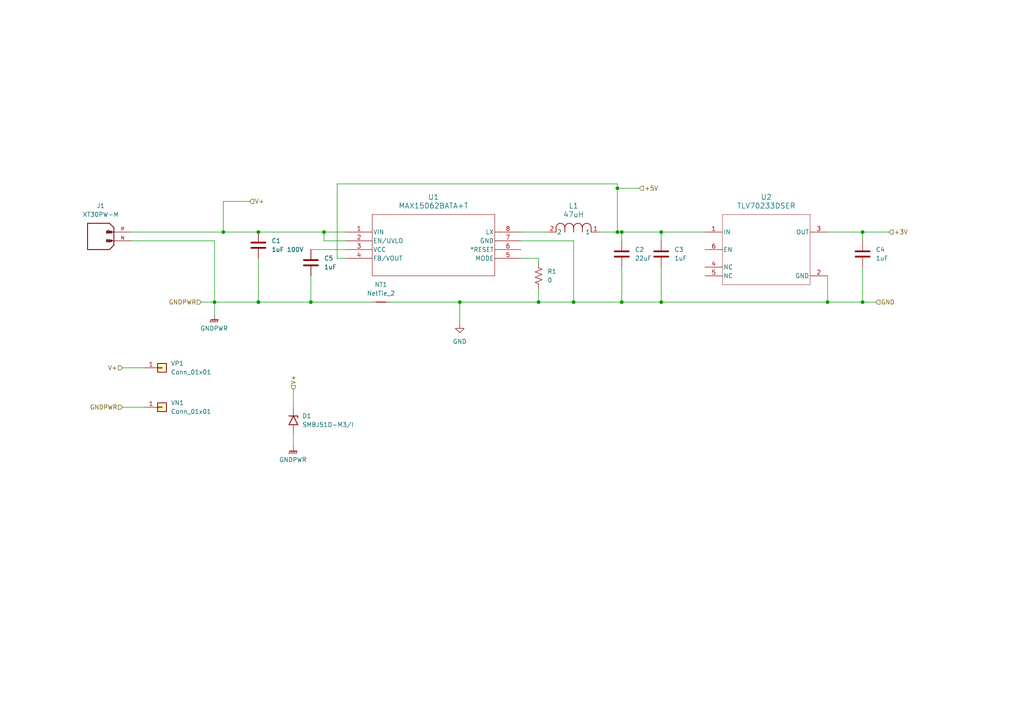
<source format=kicad_sch>
(kicad_sch (version 20230121) (generator eeschema)
  (paper "A4")
  (title_block (title "moteus-c1") (rev "1.0"))
  (lib_symbols
    (symbol "Connector_Generic:Conn_01x01" (pin_names (offset 1.016) hide)
      (property "Reference" "J" (at 0 2.54 0))
      (property "Value" "Conn_01x01" (at 0 -2.54 0))
      (symbol "Conn_01x01_1_1"
        (rectangle (start -1.27 0.127) (end 0 -0.127) (stroke (width 0.1524)))
        (rectangle (start -1.27 1.27) (end 1.27 -1.27) (stroke (width 0.254)) (fill (type background)))
        (pin passive line (at -5.08 0 0) (length 3.81) (name "Pin_1") (number "1"))
      )
    )
    (symbol "Device:C" (pin_numbers hide) (pin_names (offset 0.254))
      (property "Reference" "C" (at 0.635 2.54 0))
      (property "Value" "C" (at 0.635 -2.54 0))
      (symbol "C_0_1"
        (polyline (pts (xy -2.032 -0.762) (xy 2.032 -0.762)) (stroke (width 0.508)))
        (polyline (pts (xy -2.032 0.762) (xy 2.032 0.762)) (stroke (width 0.508)))
      )
      (symbol "C_1_1"
        (pin passive line (at 0 3.81 270) (length 2.794) (name "~") (number "1"))
        (pin passive line (at 0 -3.81 90) (length 2.794) (name "~") (number "2"))
      )
    )
    (symbol "Device:NetTie_2" (pin_numbers hide) (pin_names (offset 0) hide) (in_bom no)
      (property "Reference" "NT" (at 0 1.27 0))
      (property "Value" "NetTie_2" (at 0 -1.27 0))
      (symbol "NetTie_2_0_1"
        (polyline (pts (xy -1.27 0) (xy 1.27 0)) (stroke (width 0.254)))
      )
      (symbol "NetTie_2_1_1"
        (pin passive line (at -2.54 0 0) (length 2.54) (name "1") (number "1"))
        (pin passive line (at 2.54 0 180) (length 2.54) (name "2") (number "2"))
      )
    )
    (symbol "Device:R_US" (pin_numbers hide) (pin_names (offset 0))
      (property "Reference" "R" (at 2.54 0 90))
      (property "Value" "R_US" (at -2.54 0 90))
      (symbol "R_US_0_1"
        (polyline (pts (xy 0 -2.286) (xy 0 -2.54)))
        (polyline (pts (xy 0 2.286) (xy 0 2.54)))
        (polyline (pts (xy 0 -0.762) (xy 1.016 -1.143) (xy 0 -1.524) (xy -1.016 -1.905) (xy 0 -2.286)))
        (polyline (pts (xy 0 0.762) (xy 1.016 0.381) (xy 0 0) (xy -1.016 -0.381) (xy 0 -0.762)))
        (polyline (pts (xy 0 2.286) (xy 1.016 1.905) (xy 0 1.524) (xy -1.016 1.143) (xy 0 0.762)))
      )
      (symbol "R_US_1_1"
        (pin passive line (at 0 3.81 270) (length 1.27) (name "~") (number "1"))
        (pin passive line (at 0 -3.81 90) (length 1.27) (name "~") (number "2"))
      )
    )
    (symbol "Diode:SM6T39A" (pin_numbers hide) (pin_names (offset 1.016) hide)
      (property "Reference" "D" (at 0 2.54 0))
      (property "Value" "SM6T39A" (at 0 -2.54 0))
      (symbol "SM6T39A_0_1"
        (polyline (pts (xy -0.762 1.27) (xy -1.27 1.27) (xy -1.27 -1.27)) (stroke (width 0.254)))
        (polyline (pts (xy 1.27 1.27) (xy 1.27 -1.27) (xy -1.27 0) (xy 1.27 1.27)) (stroke (width 0.254)))
      )
      (symbol "SM6T39A_1_1"
        (pin passive line (at -3.81 0 0) (length 2.54) (name "A1") (number "1"))
        (pin passive line (at 3.81 0 180) (length 2.54) (name "A2") (number "2"))
      )
    )
    (symbol "moteus:74404042470" (pin_names (offset 0.254))
      (property "Reference" "L" (at 6.985 5.08 0))
      (property "Value" "74404042470" (at 6.985 -2.54 0))
      (symbol "74404042470_1_1"
        (polyline (pts (xy 2.54 0) (xy 2.54 1.27)) (stroke (width 0.2032)))
        (polyline (pts (xy 5.08 0) (xy 5.08 1.27)) (stroke (width 0.2032)))
        (polyline (pts (xy 7.62 0) (xy 7.62 1.27)) (stroke (width 0.2032)))
        (polyline (pts (xy 10.16 0) (xy 10.16 1.27)) (stroke (width 0.2032)))
        (polyline (pts (xy 12.7 0) (xy 12.7 1.27)) (stroke (width 0.2032)))
        (arc (start 5.08 1.27) (mid 3.81 2.5345) (end 2.54 1.27) (stroke (width 0.2032)))
        (arc (start 7.62 1.27) (mid 6.35 2.5345) (end 5.08 1.27) (stroke (width 0.2032)))
        (arc (start 10.16 1.27) (mid 8.89 2.5345) (end 7.62 1.27) (stroke (width 0.2032)))
        (arc (start 12.7 1.27) (mid 11.43 2.5345) (end 10.16 1.27) (stroke (width 0.2032)))
        (pin unspecified line (at 15.24 0 180) (length 2.54) (name "1") (number "1"))
        (pin unspecified line (at 0 0 0) (length 2.54) (name "2") (number "2"))
      )
      (symbol "74404042470_1_2"
        (arc (start -1.27 5.08) (mid -2.5345 3.81) (end -1.27 2.54) (stroke (width 0.2032)))
        (arc (start -1.27 7.62) (mid -2.5345 6.35) (end -1.27 5.08) (stroke (width 0.2032)))
        (arc (start -1.27 10.16) (mid -2.5345 8.89) (end -1.27 7.62) (stroke (width 0.2032)))
        (arc (start -1.27 12.7) (mid -2.5345 11.43) (end -1.27 10.16) (stroke (width 0.2032)))
        (polyline (pts (xy 0 2.54) (xy -1.27 2.54)) (stroke (width 0.2032)))
        (polyline (pts (xy 0 5.08) (xy -1.27 5.08)) (stroke (width 0.2032)))
        (polyline (pts (xy 0 7.62) (xy -1.27 7.62)) (stroke (width 0.2032)))
        (polyline (pts (xy 0 10.16) (xy -1.27 10.16)) (stroke (width 0.2032)))
        (polyline (pts (xy 0 12.7) (xy -1.27 12.7)) (stroke (width 0.2032)))
        (pin unspecified line (at 0 15.24 270) (length 2.54) (name "1") (number "1"))
        (pin unspecified line (at 0 0 90) (length 2.54) (name "2") (number "2"))
      )
    )
    (symbol "moteus:MAX15062BATA+T" (pin_names (offset 0.254))
      (property "Reference" "U" (at 25.4 10.16 0))
      (property "Value" "MAX15062BATA+T" (at 25.4 7.62 0))
      (symbol "MAX15062BATA+T_0_1"
        (polyline (pts (xy 7.62 -12.7) (xy 43.18 -12.7)) (stroke (width 0.127)))
        (polyline (pts (xy 7.62 5.08) (xy 7.62 -12.7)) (stroke (width 0.127)))
        (polyline (pts (xy 43.18 -12.7) (xy 43.18 5.08)) (stroke (width 0.127)))
        (polyline (pts (xy 43.18 5.08) (xy 7.62 5.08)) (stroke (width 0.127)))
        (pin input line (at 0 0 0) (length 7.62) (name "VIN") (number "1"))
        (pin input line (at 0 -2.54 0) (length 7.62) (name "EN/UVLO") (number "2"))
        (pin power_in line (at 0 -5.08 0) (length 7.62) (name "VCC") (number "3"))
        (pin bidirectional line (at 0 -7.62 0) (length 7.62) (name "FB/VOUT") (number "4"))
        (pin input line (at 50.8 -7.62 180) (length 7.62) (name "MODE") (number "5"))
        (pin output line (at 50.8 -5.08 180) (length 7.62) (name "*RESET") (number "6"))
        (pin power_in line (at 50.8 -2.54 180) (length 7.62) (name "GND") (number "7"))
        (pin unspecified line (at 50.8 0 180) (length 7.62) (name "LX") (number "8"))
      )
    )
    (symbol "moteus:TLV70233DSER" (pin_names (offset 0.254))
      (property "Reference" "U" (at 0 2.54 0))
      (property "Value" "TLV70233DSER" (at 0 0 0))
      (symbol "TLV70233DSER_0_1"
        (polyline (pts (xy -12.7 -10.16) (xy 12.7 -10.16)) (stroke (width 0.1016)))
        (polyline (pts (xy -12.7 10.16) (xy -12.7 -10.16)) (stroke (width 0.1016)))
        (polyline (pts (xy 12.7 -10.16) (xy 12.7 10.16)) (stroke (width 0.1016)))
        (polyline (pts (xy 12.7 10.16) (xy -12.7 10.16)) (stroke (width 0.1016)))
        (pin power_in line (at -17.78 5.08 0) (length 5.08) (name "IN") (number "1"))
        (pin power_in line (at 17.78 -7.62 180) (length 5.08) (name "GND") (number "2"))
        (pin power_in line (at 17.78 5.08 180) (length 5.08) (name "OUT") (number "3"))
        (pin unspecified line (at -17.78 -5.08 0) (length 5.08) (name "NC") (number "4"))
        (pin unspecified line (at -17.78 -7.62 0) (length 5.08) (name "NC") (number "5"))
        (pin input line (at -17.78 0 0) (length 5.08) (name "EN") (number "6"))
      )
    )
    (symbol "moteus:XT30PW-M" (pin_names (offset 1.016))
      (property "Reference" "J" (at -7.62 3.302 0))
      (property "Value" "XT30PW-M" (at -7.62 -7.62 0))
      (symbol "XT30PW-M_0_0"
        (rectangle (start -2.2225 -2.8575) (end -0.635 -2.2225) (stroke (width 0.1)) (fill (type outline)))
        (rectangle (start -2.2225 -0.3175) (end -0.635 0.3175) (stroke (width 0.1)) (fill (type outline)))
        (polyline (pts (xy -7.62 -5.08) (xy -7.62 2.54)) (stroke (width 0.254)))
        (polyline (pts (xy -7.62 2.54) (xy -1.27 2.54)) (stroke (width 0.254)))
        (polyline (pts (xy -1.27 -5.08) (xy -7.62 -5.08)) (stroke (width 0.254)))
        (polyline (pts (xy 0 -3.81) (xy -1.27 -5.08)) (stroke (width 0.254)))
        (polyline (pts (xy 0 -2.54) (xy -1.905 -2.54)) (stroke (width 0.254)))
        (polyline (pts (xy 0 0) (xy -1.905 0)) (stroke (width 0.254)))
        (polyline (pts (xy 0 0) (xy 0 -3.81)) (stroke (width 0.254)))
        (polyline (pts (xy 0 1.27) (xy -1.27 2.54)) (stroke (width 0.254)))
        (polyline (pts (xy 0 1.27) (xy 0 0)) (stroke (width 0.254)))
        (pin power_in line (at 5.08 -2.54 180) (length 5.08) (name "N") (number "N"))
        (pin power_in line (at 5.08 0 180) (length 5.08) (name "P") (number "P"))
      )
    )
    (symbol "power:GND" (power) (pin_names (offset 0))
      (property "Value" "GND" (at 0 -3.81 0))
      (symbol "GND_0_1"
        (polyline (pts (xy 0 0) (xy 0 -1.27) (xy 1.27 -1.27) (xy 0 -2.54) (xy -1.27 -1.27) (xy 0 -1.27)))
      )
      (symbol "GND_1_1"
        (pin power_in line (at 0 0 270) (length 0) hide (name "GND") (number "1"))
      )
    )
    (symbol "power:GNDPWR" (power) (pin_names (offset 0))
      (property "Value" "GNDPWR" (at 0 -3.302 0))
      (symbol "GNDPWR_0_1"
        (polyline (pts (xy 0 -1.27) (xy 0 0)))
        (polyline (pts (xy -1.016 -1.27) (xy -1.27 -2.032) (xy -1.27 -2.032)) (stroke (width 0.2032)))
        (polyline (pts (xy -0.508 -1.27) (xy -0.762 -2.032) (xy -0.762 -2.032)) (stroke (width 0.2032)))
        (polyline (pts (xy 0 -1.27) (xy -0.254 -2.032) (xy -0.254 -2.032)) (stroke (width 0.2032)))
        (polyline (pts (xy 0.508 -1.27) (xy 0.254 -2.032) (xy 0.254 -2.032)) (stroke (width 0.2032)))
        (polyline (pts (xy 1.016 -1.27) (xy -1.016 -1.27) (xy -1.016 -1.27)) (stroke (width 0.2032)))
        (polyline (pts (xy 1.016 -1.27) (xy 0.762 -2.032) (xy 0.762 -2.032) (xy 0.762 -2.032)) (stroke (width 0.2032)))
      )
      (symbol "GNDPWR_1_1"
        (pin power_in line (at 0 0 270) (length 0) hide (name "GNDPWR") (number "1"))
      )
    )
  )
  (junction (at 250.19 87.63))
  (junction (at 250.19 67.31))
  (junction (at 166.37 87.63))
  (junction (at 191.77 87.63))
  (junction (at 74.93 87.63))
  (junction (at 133.35 87.63))
  (junction (at 180.34 67.31))
  (junction (at 74.93 67.31))
  (junction (at 62.23 87.63))
  (junction (at 179.07 54.61))
  (junction (at 90.17 87.63))
  (junction (at 156.21 87.63))
  (junction (at 180.34 87.63))
  (junction (at 240.03 87.63))
  (junction (at 93.98 67.31))
  (junction (at 64.77 67.31))
  (junction (at 191.77 67.31))
  (junction (at 179.07 67.31))
  (wire (pts (xy 191.77 69.85) (xy 191.77 67.31)))
  (wire (pts (xy 250.19 87.63) (xy 250.19 77.47)))
  (wire (pts (xy 93.98 67.31) (xy 100.33 67.31)))
  (wire (pts (xy 35.56 118.11) (xy 41.91 118.11)))
  (wire (pts (xy 64.77 67.31) (xy 74.93 67.31)))
  (wire (pts (xy 74.93 67.31) (xy 93.98 67.31)))
  (wire (pts (xy 85.09 125.73) (xy 85.09 129.54)))
  (wire (pts (xy 64.77 58.42) (xy 64.77 67.31)))
  (wire (pts (xy 156.21 83.82) (xy 156.21 87.63)))
  (wire (pts (xy 166.37 87.63) (xy 180.34 87.63)))
  (wire (pts (xy 191.77 67.31) (xy 180.34 67.31)))
  (wire (pts (xy 240.03 87.63) (xy 240.03 80.01)))
  (wire (pts (xy 179.07 53.34) (xy 97.79 53.34)))
  (wire (pts (xy 250.19 67.31) (xy 250.19 69.85)))
  (wire (pts (xy 250.19 87.63) (xy 254 87.63)))
  (wire (pts (xy 97.79 74.93) (xy 100.33 74.93)))
  (wire (pts (xy 166.37 87.63) (xy 166.37 69.85)))
  (wire (pts (xy 100.33 69.85) (xy 93.98 69.85)))
  (wire (pts (xy 179.07 53.34) (xy 179.07 54.61)))
  (wire (pts (xy 180.34 87.63) (xy 180.34 77.47)))
  (wire (pts (xy 133.35 87.63) (xy 156.21 87.63)))
  (wire (pts (xy 191.77 87.63) (xy 191.77 77.47)))
  (wire (pts (xy 93.98 67.31) (xy 93.98 69.85)))
  (wire (pts (xy 38.1 69.85) (xy 62.23 69.85)))
  (wire (pts (xy 62.23 87.63) (xy 62.23 91.44)))
  (wire (pts (xy 90.17 80.01) (xy 90.17 87.63)))
  (wire (pts (xy 74.93 87.63) (xy 90.17 87.63)))
  (wire (pts (xy 97.79 53.34) (xy 97.79 74.93)))
  (wire (pts (xy 156.21 87.63) (xy 166.37 87.63)))
  (wire (pts (xy 72.39 58.42) (xy 64.77 58.42)))
  (wire (pts (xy 35.56 106.68) (xy 41.91 106.68)))
  (wire (pts (xy 250.19 67.31) (xy 257.81 67.31)))
  (wire (pts (xy 240.03 67.31) (xy 250.19 67.31)))
  (wire (pts (xy 173.99 67.31) (xy 179.07 67.31)))
  (wire (pts (xy 180.34 87.63) (xy 191.77 87.63)))
  (wire (pts (xy 74.93 74.93) (xy 74.93 87.63)))
  (wire (pts (xy 62.23 87.63) (xy 74.93 87.63)))
  (wire (pts (xy 90.17 87.63) (xy 107.95 87.63)))
  (wire (pts (xy 151.13 74.93) (xy 156.21 74.93)))
  (wire (pts (xy 179.07 54.61) (xy 179.07 67.31)))
  (wire (pts (xy 151.13 69.85) (xy 166.37 69.85)))
  (wire (pts (xy 85.09 113.03) (xy 85.09 118.11)))
  (wire (pts (xy 38.1 67.31) (xy 64.77 67.31)))
  (wire (pts (xy 180.34 67.31) (xy 179.07 67.31)))
  (wire (pts (xy 90.17 72.39) (xy 100.33 72.39)))
  (wire (pts (xy 58.42 87.63) (xy 62.23 87.63)))
  (wire (pts (xy 151.13 67.31) (xy 158.75 67.31)))
  (wire (pts (xy 179.07 54.61) (xy 185.42 54.61)))
  (wire (pts (xy 133.35 87.63) (xy 133.35 93.98)))
  (wire (pts (xy 113.03 87.63) (xy 133.35 87.63)))
  (wire (pts (xy 240.03 87.63) (xy 250.19 87.63)))
  (wire (pts (xy 180.34 69.85) (xy 180.34 67.31)))
  (wire (pts (xy 191.77 67.31) (xy 204.47 67.31)))
  (wire (pts (xy 62.23 69.85) (xy 62.23 87.63)))
  (wire (pts (xy 191.77 87.63) (xy 240.03 87.63)))
  (wire (pts (xy 156.21 74.93) (xy 156.21 76.2)))
  (hierarchical_label "+3V" (shape input) (at 257.81 67.31 0))
  (hierarchical_label "V+" (shape input) (at 72.39 58.42 0))
  (hierarchical_label "GNDPWR" (shape input) (at 58.42 87.63 180))
  (hierarchical_label "V+" (shape input) (at 85.09 113.03 90))
  (hierarchical_label "+5V" (shape input) (at 185.42 54.61 0))
  (hierarchical_label "GNDPWR" (shape input) (at 35.56 118.11 180))
  (hierarchical_label "V+" (shape input) (at 35.56 106.68 180))
  (hierarchical_label "GND" (shape input) (at 254 87.63 0))
  (symbol (lib_id "Diode:SM6T39A") (at 85.09 121.92 270) (unit 1)
    (property "Reference" "D1" (at 87.63 120.65 90) (effects (justify left)))
    (property "Value" "SMBJ51D-M3/I" (at 87.63 123.19 90) (effects (justify left)))
    (property "Footprint" "Diode_SMD:D_SMB" (effects hide))
    (property "Datasheet" "https://www.st.com/resource/en/datasheet/sm6t.pdf" (effects hide))
    (property "MPN" "SMBJ51D-M3/I" (effects hide))
    (property "MF" "VISHAY" (effects hide))
    (property "POPULATE" "1" (effects hide))
  )
  (symbol (lib_id "moteus:TLV70233DSER") (at 222.25 72.39 0) (unit 1)
    (property "Reference" "U2" (at 222.25 57.15 0) (effects (font (size 1.524 1.524))))
    (property "Value" "TLV70233DSER" (at 222.25 59.69 0) (effects (font (size 1.524 1.524))))
    (property "Footprint" "moteus:DSE0006A" (effects hide))
    (property "Datasheet" "TLV70233DSER" (effects hide))
    (property "MPN" "TLV70233DSER" (effects hide))
    (property "MF" "TI" (effects hide))
    (property "POPULATE" "1" (effects hide))
  )
  (symbol (lib_id "Device:C") (at 180.34 73.66 0) (unit 1)
    (property "Reference" "C2" (at 184.15 72.39 0) (effects (justify left)))
    (property "Value" "22uF" (at 184.15 74.93 0) (effects (justify left)))
    (property "Footprint" "Capacitor_SMD:C_1206_3216Metric" (effects hide))
    (property "MPN" "GRM31CR71A226KE15L" (effects hide))
    (property "MF" "MURATA" (effects hide))
    (property "POPULATE" "1" (effects hide))
  )
  (symbol (lib_id "Device:C") (at 191.77 73.66 0) (unit 1)
    (property "Reference" "C3" (at 195.58 72.39 0) (effects (justify left)))
    (property "Value" "1uF" (at 195.58 74.93 0) (effects (justify left)))
    (property "Footprint" "Capacitor_SMD:C_0402_1005Metric" (effects hide))
    (property "MPN" "MF-CAP-0402-1uF" (effects hide))
    (property "POPULATE" "1" (effects hide))
  )
  (symbol (lib_id "Connector_Generic:Conn_01x01") (at 46.99 106.68 0) (unit 1) (in_bom no)
    (property "Reference" "VP1" (at 49.53 105.41 0) (effects (justify left)))
    (property "Value" "Conn_01x01" (at 49.53 107.95 0) (effects (justify left)))
    (property "Footprint" "moteus:POWER_M2.5" (effects hide))
  )
  (symbol (lib_id "power:GNDPWR") (at 62.23 91.44 0) (unit 1)
    (property "Reference" "#PWR01" (effects hide))
    (property "Value" "GNDPWR" (at 62.103 95.25 0))
  )
  (symbol (lib_id "Device:R_US") (at 156.21 80.01 0) (unit 1)
    (property "Reference" "R1" (at 158.75 78.74 0) (effects (justify left)))
    (property "Value" "0" (at 158.75 81.28 0) (effects (justify left)))
    (property "Footprint" "Resistor_SMD:R_0402_1005Metric" (effects hide))
    (property "MPN" "MF-RES-0402-0" (effects hide))
    (property "POPULATE" "1" (effects hide))
  )
  (symbol (lib_id "Device:C") (at 90.17 76.2 0) (unit 1)
    (property "Reference" "C5" (at 93.98 74.93 0) (effects (justify left)))
    (property "Value" "1uF" (at 93.98 77.47 0) (effects (justify left)))
    (property "Footprint" "Capacitor_SMD:C_0603_1608Metric" (effects hide))
    (property "MPN" "MF-CAP-0603-1uF" (effects hide))
    (property "POPULATE" "1" (effects hide))
  )
  (symbol (lib_id "Connector_Generic:Conn_01x01") (at 46.99 118.11 0) (unit 1) (in_bom no)
    (property "Reference" "VN1" (at 49.53 116.84 0) (effects (justify left)))
    (property "Value" "Conn_01x01" (at 49.53 119.38 0) (effects (justify left)))
    (property "Footprint" "moteus:POWER_M2.5" (effects hide))
  )
  (symbol (lib_id "moteus:XT30PW-M") (at 33.02 67.31 0) (unit 1)
    (property "Reference" "J1" (at 29.21 59.69 0))
    (property "Value" "XT30PW-M" (at 29.21 62.23 0))
    (property "Footprint" "moteus:AMASS_XT30PW-M" (effects hide))
    (property "MF" "AMASS" (effects hide))
    (property "MPN" "XT30PW-M" (effects hide))
    (property "POPULATE" "1" (effects hide))
  )
  (symbol (lib_id "power:GNDPWR") (at 85.09 129.54 0) (unit 1)
    (property "Reference" "#PWR03" (effects hide))
    (property "Value" "GNDPWR" (at 84.963 133.35 0))
  )
  (symbol (lib_id "moteus:MAX15062BATA+T") (at 100.33 67.31 0) (unit 1)
    (property "Reference" "U1" (at 125.73 57.15 0) (effects (font (size 1.524 1.524))))
    (property "Value" "MAX15062BATA+T" (at 125.73 59.69 0) (effects (font (size 1.524 1.524))))
    (property "Footprint" "moteus:21-0487A_MXM" (effects hide))
    (property "Datasheet" "MAX15062BATA+T" (effects hide))
    (property "MPN" "MAX15062BATA+T" (effects hide))
    (property "MF" "MAXIM" (effects hide))
    (property "POPULATE" "1" (effects hide))
  )
  (symbol (lib_id "moteus:74404042470") (at 158.75 67.31 0) (unit 1)
    (property "Reference" "L1" (at 166.37 59.69 0) (effects (font (size 1.524 1.524))))
    (property "Value" "47uH" (at 166.37 62.23 0) (effects (font (size 1.524 1.524))))
    (property "Footprint" "moteus:IND_4018-WE-LQS_WRE" (effects hide))
    (property "Datasheet" "74404042470" (effects hide))
    (property "MPN" "74404042470" (effects hide))
    (property "MF" "Wurth Electronics" (effects hide))
    (property "POPULATE" "1" (effects hide))
  )
  (symbol (lib_id "power:GND") (at 133.35 93.98 0) (unit 1)
    (property "Reference" "#PWR02" (effects hide))
    (property "Value" "GND" (at 133.35 99.06 0))
  )
  (symbol (lib_id "Device:NetTie_2") (at 110.49 87.63 0) (unit 1) (in_bom no)
    (property "Reference" "NT1" (at 110.49 82.55 0))
    (property "Value" "NetTie_2" (at 110.49 85.09 0))
    (property "Footprint" "moteus:NetTie-2_SMD_Pad0.254mm" (effects hide))
  )
  (symbol (lib_id "Device:C") (at 250.19 73.66 0) (unit 1)
    (property "Reference" "C4" (at 254 72.39 0) (effects (justify left)))
    (property "Value" "1uF" (at 254 74.93 0) (effects (justify left)))
    (property "Footprint" "Capacitor_SMD:C_0402_1005Metric" (effects hide))
    (property "MPN" "MF-CAP-0402-1uF" (effects hide))
    (property "POPULATE" "1" (effects hide))
  )
  (symbol (lib_id "Device:C") (at 74.93 71.12 0) (unit 1)
    (property "Reference" "C1" (at 78.74 69.85 0) (effects (justify left)))
    (property "Value" "1uF 100V" (at 78.74 72.39 0) (effects (justify left)))
    (property "Footprint" "Capacitor_SMD:C_0805_2012Metric" (effects hide))
    (property "MPN" "GCM21BC72A105KE36L" (effects hide))
    (property "MF" "MURATA" (effects hide))
  )
)
</source>
